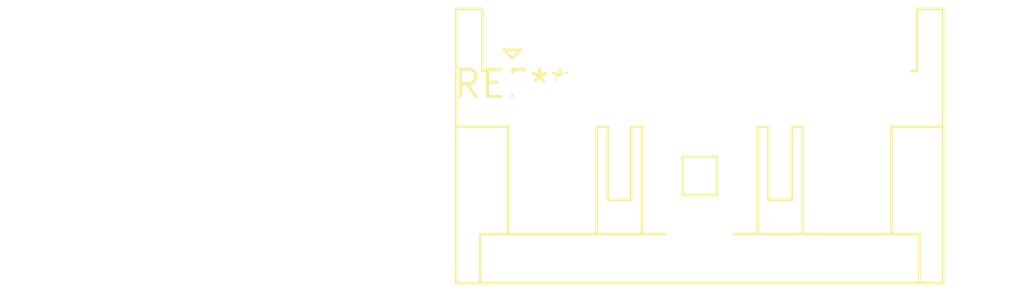
<source format=kicad_pcb>
(kicad_pcb (version 20240108) (generator pcbnew)
  (layers (0 "F.Cu" signal) (31 "B.Cu" signal) (34 "B.Paste" user) (35 "F.Paste" user) (36 "B.SilkS" user "B.Silkscreen") (37 "F.SilkS" user "F.Silkscreen") (38 "B.Mask" user) (39 "F.Mask" user) (44 "Edge.Cuts" user))
  (net 0 "")
  (footprint "JST_XA_S08B-XASK-1_1x08_P2.50mm_Horizontal" (layer "F.Cu") (at 0 0)
    (property "Reference" "REF**")
    (property "Value" "JST_XA_S08B-XASK-1_1x08_P2.50mm_Horizontal")
    (fp_line (start -2.61 -3.51) (end -2.61 9.31) (layer "F.SilkS") (stroke (width 0.12)))
    (fp_line (start -2.61 9.31) (end 20.11 9.31) (layer "F.SilkS") (stroke (width 0.12)))
    (fp_line (start -1.5 7.01) (end 7.15 7.01) (layer "F.SilkS") (stroke (width 0.12)))
    (fp_line (start -1.5 9.31) (end -1.5 7.01) (layer "F.SilkS") (stroke (width 0.12)))
    (fp_line (start -1.39 -3.51) (end -2.61 -3.51) (layer "F.SilkS") (stroke (width 0.12)))
    (fp_line (start -1.39 -0.61) (end -1.39 -3.51) (layer "F.SilkS") (stroke (width 0.12)))
    (fp_line (start -1.11 -0.61) (end -1.39 -0.61) (layer "F.SilkS") (stroke (width 0.12)))
    (fp_line (start -0.4 -1.6) (end 0.4 -1.6) (layer "F.SilkS") (stroke (width 0.12)))
    (fp_line (start -0.2 2) (end -2.61 2) (layer "F.SilkS") (stroke (width 0.12)))
    (fp_line (start -0.2 7.01) (end -0.2 2) (layer "F.SilkS") (stroke (width 0.12)))
    (fp_line (start 0 -1.2) (end -0.4 -1.6) (layer "F.SilkS") (stroke (width 0.12)))
    (fp_line (start 0.4 -1.6) (end 0 -1.2) (layer "F.SilkS") (stroke (width 0.12)))
    (fp_line (start 3.95 2) (end 3.95 7.01) (layer "F.SilkS") (stroke (width 0.12)))
    (fp_line (start 4.45 2) (end 3.95 2) (layer "F.SilkS") (stroke (width 0.12)))
    (fp_line (start 4.45 5.41) (end 4.45 2) (layer "F.SilkS") (stroke (width 0.12)))
    (fp_line (start 5.55 2) (end 5.55 5.41) (layer "F.SilkS") (stroke (width 0.12)))
    (fp_line (start 5.55 5.41) (end 4.45 5.41) (layer "F.SilkS") (stroke (width 0.12)))
    (fp_line (start 6.05 2) (end 5.55 2) (layer "F.SilkS") (stroke (width 0.12)))
    (fp_line (start 6.05 7.01) (end 6.05 2) (layer "F.SilkS") (stroke (width 0.12)))
    (fp_line (start 7.95 3.4) (end 9.55 3.4) (layer "F.SilkS") (stroke (width 0.12)))
    (fp_line (start 7.95 5.2) (end 7.95 3.4) (layer "F.SilkS") (stroke (width 0.12)))
    (fp_line (start 9.55 3.4) (end 9.55 5.2) (layer "F.SilkS") (stroke (width 0.12)))
    (fp_line (start 9.55 5.2) (end 7.95 5.2) (layer "F.SilkS") (stroke (width 0.12)))
    (fp_line (start 10.35 7.01) (end 19 7.01) (layer "F.SilkS") (stroke (width 0.12)))
    (fp_line (start 11.45 2) (end 11.95 2) (layer "F.SilkS") (stroke (width 0.12)))
    (fp_line (start 11.45 7.01) (end 11.45 2) (layer "F.SilkS") (stroke (width 0.12)))
    (fp_line (start 11.95 2) (end 11.95 5.41) (layer "F.SilkS") (stroke (width 0.12)))
    (fp_line (start 11.95 5.41) (end 13.05 5.41) (layer "F.SilkS") (stroke (width 0.12)))
    (fp_line (start 13.05 2) (end 13.55 2) (layer "F.SilkS") (stroke (width 0.12)))
    (fp_line (start 13.05 5.41) (end 13.05 2) (layer "F.SilkS") (stroke (width 0.12)))
    (fp_line (start 13.55 2) (end 13.55 7.01) (layer "F.SilkS") (stroke (width 0.12)))
    (fp_line (start 17.7 2) (end 20.11 2) (layer "F.SilkS") (stroke (width 0.12)))
    (fp_line (start 17.7 7.01) (end 17.7 2) (layer "F.SilkS") (stroke (width 0.12)))
    (fp_line (start 18.89 -3.51) (end 18.89 -0.61) (layer "F.SilkS") (stroke (width 0.12)))
    (fp_line (start 18.89 -0.61) (end 18.61 -0.61) (layer "F.SilkS") (stroke (width 0.12)))
    (fp_line (start 19 7.01) (end 19 9.31) (layer "F.SilkS") (stroke (width 0.12)))
    (fp_line (start 20.11 -3.51) (end 18.89 -3.51) (layer "F.SilkS") (stroke (width 0.12)))
    (fp_line (start 20.11 9.31) (end 20.11 -3.51) (layer "F.SilkS") (stroke (width 0.12)))
    (pad "" np_thru_hole oval (at 8.75 6.5) (size 2.8 2) (drill oval 2.8 2) (layers *.Cu *.Mask))
    (pad "1" thru_hole roundrect (at 0 0) (size 1.7 1.95) (drill 0.95) (layers *.Cu *.Mask) (remove_unused_layers) (roundrect_rratio 0.147059))
    (pad "2" thru_hole oval (at 2.5 0) (size 1.7 1.95) (drill 0.95) (layers *.Cu *.Mask) (remove_unused_layers))
    (pad "3" thru_hole oval (at 5 0) (size 1.7 1.95) (drill 0.95) (layers *.Cu *.Mask) (remove_unused_layers))
    (pad "4" thru_hole oval (at 7.5 0) (size 1.7 1.95) (drill 0.95) (layers *.Cu *.Mask) (remove_unused_layers))
    (pad "5" thru_hole oval (at 10 0) (size 1.7 1.95) (drill 0.95) (layers *.Cu *.Mask) (remove_unused_layers))
    (pad "6" thru_hole oval (at 12.5 0) (size 1.7 1.95) (drill 0.95) (layers *.Cu *.Mask) (remove_unused_layers))
    (pad "7" thru_hole oval (at 15 0) (size 1.7 1.95) (drill 0.95) (layers *.Cu *.Mask) (remove_unused_layers))
    (pad "8" thru_hole oval (at 17.5 0) (size 1.7 1.95) (drill 0.95) (layers *.Cu *.Mask) (remove_unused_layers))
  )
)
</source>
